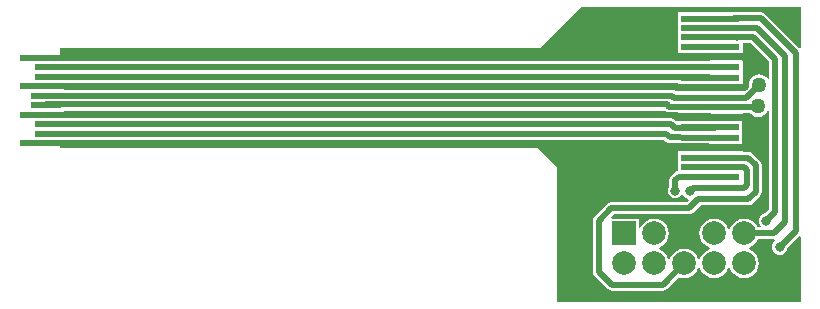
<source format=gtl>
G04 Layer_Physical_Order=1*
G04 Layer_Color=255*
%FSLAX25Y25*%
%MOIN*%
G70*
G01*
G75*
%ADD10R,0.13780X0.02362*%
%ADD11R,0.10236X0.02362*%
%ADD12R,0.08661X0.02362*%
%ADD13R,0.19685X0.02362*%
%ADD14C,0.02000*%
%ADD15C,0.07874*%
%ADD16R,0.07874X0.07874*%
%ADD17C,0.02400*%
%ADD18C,0.05000*%
%ADD19C,0.03000*%
%ADD20C,0.03150*%
G36*
X251588Y-22044D02*
Y-54906D01*
X250303Y-56191D01*
X249961Y-56236D01*
X249335Y-56496D01*
X248797Y-56909D01*
X248384Y-57446D01*
X248125Y-58073D01*
X248036Y-58745D01*
X248125Y-59417D01*
X248384Y-60044D01*
X248683Y-60434D01*
X248483Y-60934D01*
X247669D01*
X247494Y-60510D01*
X246702Y-59479D01*
X245671Y-58688D01*
X244470Y-58190D01*
X243181Y-58020D01*
X241892Y-58190D01*
X240691Y-58688D01*
X239660Y-59479D01*
X238869Y-60510D01*
X238452Y-61517D01*
X237911D01*
X237494Y-60510D01*
X236702Y-59479D01*
X235671Y-58688D01*
X234470Y-58190D01*
X233181Y-58020D01*
X231892Y-58190D01*
X230691Y-58688D01*
X229660Y-59479D01*
X228869Y-60510D01*
X228371Y-61711D01*
X228202Y-63000D01*
X228371Y-64289D01*
X228869Y-65490D01*
X229660Y-66521D01*
X230691Y-67313D01*
X231698Y-67729D01*
Y-68271D01*
X230691Y-68687D01*
X229660Y-69479D01*
X228869Y-70510D01*
X228452Y-71517D01*
X227910D01*
X227494Y-70510D01*
X226702Y-69479D01*
X225671Y-68687D01*
X224470Y-68190D01*
X223181Y-68020D01*
X221892Y-68190D01*
X220691Y-68687D01*
X219660Y-69479D01*
X218869Y-70510D01*
X218452Y-71517D01*
X217911D01*
X217494Y-70510D01*
X216702Y-69479D01*
X215671Y-68687D01*
X214664Y-68271D01*
Y-67729D01*
X215671Y-67313D01*
X216702Y-66521D01*
X217494Y-65490D01*
X217991Y-64289D01*
X218161Y-63000D01*
X217991Y-61711D01*
X217494Y-60510D01*
X216702Y-59479D01*
X215671Y-58688D01*
X214470Y-58190D01*
X213181Y-58020D01*
X211892Y-58190D01*
X210691Y-58688D01*
X209660Y-59479D01*
X208869Y-60510D01*
X208618Y-61115D01*
X208118Y-61015D01*
Y-58063D01*
X199021D01*
X198830Y-57601D01*
X199765Y-56666D01*
X224855D01*
X225635Y-56511D01*
X226297Y-56069D01*
X228766Y-53600D01*
X244571D01*
X245351Y-53445D01*
X246013Y-53003D01*
X248529Y-50487D01*
X248971Y-49825D01*
X249126Y-49045D01*
Y-40288D01*
X248971Y-39508D01*
X248529Y-38846D01*
X246032Y-36349D01*
X245370Y-35907D01*
X244590Y-35752D01*
X242776D01*
Y-35598D01*
X240843D01*
X240592Y-35548D01*
X240341Y-35598D01*
X221092D01*
Y-39960D01*
Y-42158D01*
X220609Y-42254D01*
X219947Y-42696D01*
X219947Y-42696D01*
X218878Y-43765D01*
X218436Y-44427D01*
X218281Y-45207D01*
Y-47125D01*
X218071Y-47398D01*
X217811Y-48025D01*
X217723Y-48697D01*
X217811Y-49369D01*
X218071Y-49995D01*
X218484Y-50533D01*
X219022Y-50946D01*
X219648Y-51205D01*
X220320Y-51294D01*
X220992Y-51205D01*
X221619Y-50946D01*
X222156Y-50533D01*
X222314Y-50328D01*
X222396Y-50297D01*
X222931Y-50345D01*
X223195Y-50688D01*
X223732Y-51101D01*
X224359Y-51360D01*
X224511Y-51380D01*
X224690Y-51908D01*
X224010Y-52588D01*
X198920D01*
X198140Y-52743D01*
X197478Y-53185D01*
X197478Y-53185D01*
X193383Y-57280D01*
X192941Y-57942D01*
X192786Y-58722D01*
Y-75752D01*
X192941Y-76532D01*
X193383Y-77194D01*
X197738Y-81549D01*
X198400Y-81991D01*
X199180Y-82146D01*
X216074D01*
X216855Y-81991D01*
X217516Y-81549D01*
X221442Y-77623D01*
X221892Y-77810D01*
X223181Y-77980D01*
X224470Y-77810D01*
X225671Y-77312D01*
X226702Y-76521D01*
X227494Y-75490D01*
X227910Y-74483D01*
X228452D01*
X228869Y-75490D01*
X229660Y-76521D01*
X230691Y-77312D01*
X231892Y-77810D01*
X233181Y-77980D01*
X234470Y-77810D01*
X235671Y-77312D01*
X236702Y-76521D01*
X237494Y-75490D01*
X237911Y-74483D01*
X238452D01*
X238869Y-75490D01*
X239660Y-76521D01*
X240691Y-77312D01*
X241892Y-77810D01*
X243181Y-77980D01*
X244470Y-77810D01*
X245671Y-77312D01*
X246702Y-76521D01*
X247494Y-75490D01*
X247991Y-74289D01*
X248161Y-73000D01*
X247991Y-71711D01*
X247494Y-70510D01*
X246702Y-69479D01*
X245671Y-68687D01*
X244664Y-68271D01*
Y-67729D01*
X245671Y-67313D01*
X246702Y-66521D01*
X247494Y-65490D01*
X247691Y-65012D01*
X253208D01*
X253316Y-64991D01*
X253528Y-65458D01*
X253253Y-65670D01*
X252840Y-66207D01*
X252580Y-66834D01*
X252492Y-67506D01*
X252580Y-68178D01*
X252840Y-68805D01*
X253253Y-69342D01*
X253790Y-69755D01*
X254417Y-70015D01*
X255089Y-70103D01*
X255761Y-70015D01*
X256387Y-69755D01*
X256925Y-69342D01*
X257338Y-68805D01*
X257597Y-68178D01*
X257643Y-67836D01*
X261611Y-63867D01*
X262111Y-64075D01*
Y-85725D01*
X180956D01*
Y-41500D01*
X180859Y-41012D01*
X180582Y-40599D01*
X174909Y-34926D01*
X174496Y-34649D01*
X174008Y-34552D01*
X15158D01*
Y-31905D01*
X16453D01*
Y-31764D01*
X216373D01*
X217031Y-32422D01*
X217693Y-32864D01*
X218473Y-33019D01*
X221092D01*
Y-33267D01*
X242776D01*
Y-29724D01*
Y-25362D01*
X221092D01*
Y-25370D01*
X220591Y-25577D01*
X220148Y-25133D01*
X219486Y-24691D01*
X218706Y-24536D01*
X16453D01*
Y-24394D01*
X15158D01*
Y-22457D01*
X16453D01*
Y-22046D01*
X216622D01*
X216743Y-22167D01*
X217405Y-22609D01*
X218185Y-22764D01*
X221092D01*
Y-23070D01*
X242776D01*
Y-22928D01*
X245208D01*
X245352Y-23116D01*
X246083Y-23677D01*
X246934Y-24030D01*
X247848Y-24150D01*
X248762Y-24030D01*
X249613Y-23677D01*
X250344Y-23116D01*
X250905Y-22385D01*
X251088Y-21944D01*
X251588Y-22044D01*
D02*
G37*
G36*
X262111Y-1049D02*
X261611Y-1256D01*
X250239Y10116D01*
X249577Y10558D01*
X248797Y10713D01*
X242776D01*
Y10819D01*
X240985D01*
X240494Y10917D01*
X240003Y10819D01*
X221092D01*
Y6457D01*
Y3308D01*
Y158D01*
Y-2992D01*
X240446D01*
X240605Y-3023D01*
X240764Y-2992D01*
X242776D01*
Y-1140D01*
X242848Y-780D01*
X242776Y-420D01*
Y321D01*
X245435D01*
X251588Y-5832D01*
Y-11362D01*
X251088Y-11532D01*
X250680Y-11001D01*
X249949Y-10440D01*
X249098Y-10087D01*
X248184Y-9967D01*
X247270Y-10087D01*
X246419Y-10440D01*
X245688Y-11001D01*
X245127Y-11732D01*
X244774Y-12583D01*
X244654Y-13497D01*
X244729Y-14068D01*
X243265Y-15532D01*
X242776Y-15559D01*
Y-15559D01*
X221092D01*
X221092Y-15559D01*
X220591Y-15633D01*
X220006Y-15242D01*
X219226Y-15087D01*
X16453D01*
Y-14945D01*
X15158D01*
Y-13008D01*
X16453D01*
Y-12866D01*
X221092D01*
Y-13228D01*
X242776D01*
Y-9684D01*
Y-5322D01*
X221092D01*
Y-5638D01*
X16453D01*
Y-5496D01*
X15158D01*
Y-1275D01*
X174516D01*
X175004Y-1178D01*
X175417Y-901D01*
X188717Y12399D01*
X262111D01*
Y-1049D01*
D02*
G37*
D10*
X8563Y-32874D02*
D03*
Y-23425D02*
D03*
Y-13976D02*
D03*
Y-4528D02*
D03*
D11*
X10335Y-20276D02*
D03*
Y-17126D02*
D03*
D12*
X11122Y-29724D02*
D03*
Y-26575D02*
D03*
Y-7677D02*
D03*
Y-10827D02*
D03*
D13*
X231934Y-11047D02*
D03*
Y-7503D02*
D03*
Y-17740D02*
D03*
Y-27543D02*
D03*
Y-31086D02*
D03*
Y-3960D02*
D03*
Y-14590D02*
D03*
Y-20889D02*
D03*
Y-24039D02*
D03*
Y-34629D02*
D03*
Y-37779D02*
D03*
Y-44078D02*
D03*
Y-40929D02*
D03*
Y-810D02*
D03*
Y2339D02*
D03*
Y8638D02*
D03*
Y5489D02*
D03*
D14*
X243273Y-14590D02*
X243708Y-14154D01*
Y-5297D01*
X242360Y-3949D02*
X243708Y-5297D01*
X231934Y-14590D02*
X243273D01*
X231945Y-3949D02*
X242360D01*
X243941Y-17740D02*
X248184Y-13497D01*
X231934Y-17740D02*
X243941D01*
X240494Y5554D02*
X247469D01*
X240494Y2360D02*
X240734Y2120D01*
X231934Y-20889D02*
X247579D01*
X247848Y-20620D01*
X242954Y-24115D02*
X243581Y-24742D01*
X240592Y-24115D02*
X242954D01*
X223219Y-33967D02*
X231272D01*
X223207Y-33980D02*
X223219Y-33967D01*
X217230Y-33980D02*
X223207D01*
X215975Y-32724D02*
X217230Y-33980D01*
X8713Y-32724D02*
X215975D01*
X231272Y-33967D02*
X231934Y-34629D01*
X242823D02*
X243581Y-33871D01*
X8563Y-4528D02*
X231366D01*
X231934Y-3960D02*
X231945Y-3949D01*
X240409Y-34629D02*
X240592Y-34446D01*
X240775Y-34629D01*
X242823D01*
X218185Y-20725D02*
X231770D01*
X217467Y-20007D02*
X218185Y-20725D01*
X231770D02*
X231934Y-20889D01*
X231665Y-23770D02*
X231934Y-24039D01*
X221042Y-23770D02*
X231665D01*
X10335Y-20276D02*
X10603Y-20007D01*
X217467D01*
X220697Y-23425D02*
X221042Y-23770D01*
X219840Y-17740D02*
X231934D01*
X219226Y-17126D02*
X219840Y-17740D01*
X10335Y-17126D02*
X219226D01*
X8713Y-13827D02*
X220220D01*
X11122Y-10827D02*
X231376D01*
X220220Y-13827D02*
X220983Y-14590D01*
X8563Y-32874D02*
X8713Y-32724D01*
X8563Y-23425D02*
X220697D01*
X8563Y-13976D02*
X8713Y-13827D01*
X220983Y-14590D02*
X231934D01*
X231366Y-4528D02*
X231934Y-3960D01*
X218473Y-30980D02*
X221964D01*
X217217Y-29724D02*
X218473Y-30980D01*
X11122Y-29724D02*
X217217D01*
X220111Y-27980D02*
X233620D01*
X218706Y-26575D02*
X220111Y-27980D01*
X11122Y-26575D02*
X218706D01*
X11122Y-7677D02*
X233121D01*
X243454Y-62973D02*
X253208D01*
X240494Y2360D02*
X246280D01*
X253208Y-62973D02*
X256963Y-59218D01*
Y-3940D01*
X247469Y5554D02*
X256963Y-3940D01*
X240494Y8674D02*
X248797D01*
X260440Y-2969D01*
X255089Y-67506D02*
X260440Y-62155D01*
Y-2969D01*
X223181Y-63000D02*
X229890Y-56291D01*
X245879D01*
X243581Y-33871D02*
Y-29322D01*
Y-24742D01*
X250633Y-58745D02*
X253627Y-55751D01*
Y-4987D01*
X246280Y2360D02*
X253627Y-4987D01*
X243581Y-29322D02*
X250307Y-36048D01*
X245879Y-56291D02*
X250307Y-51863D01*
Y-36048D01*
X244571Y-51561D02*
X247087Y-49045D01*
X226045Y-47838D02*
X243186D01*
X244090Y-46934D01*
X240561Y-40940D02*
X243082D01*
X244090Y-41948D01*
Y-46934D02*
Y-41948D01*
X240592Y-37791D02*
X244590D01*
X247087Y-40288D01*
Y-49045D02*
Y-40288D01*
X194825Y-58722D02*
X198920Y-54627D01*
X194825Y-75752D02*
Y-58722D01*
Y-75752D02*
X199180Y-80107D01*
X216074D01*
X223181Y-73000D01*
X198920Y-54627D02*
X224855D01*
X227921Y-51561D01*
X244571D01*
X225031Y-48852D02*
X226045Y-47838D01*
X220320Y-48697D02*
Y-45207D01*
X221389Y-44138D01*
X240592D01*
D15*
X243181Y-73000D02*
D03*
X223181D02*
D03*
X233181D02*
D03*
X243181Y-63000D02*
D03*
X223181D02*
D03*
X233181D02*
D03*
X213181Y-73000D02*
D03*
X203181D02*
D03*
X213181Y-63000D02*
D03*
D16*
X203181D02*
D03*
D17*
X242164Y-14409D02*
D03*
X219996Y-4041D02*
D03*
X60570Y-33028D02*
D03*
X155943Y-33039D02*
D03*
X129166Y-33187D02*
D03*
X106008Y-33047D02*
D03*
X82008Y-33187D02*
D03*
X43131D02*
D03*
X27131Y-33047D02*
D03*
X155650Y-3334D02*
D03*
X127861Y-3180D02*
D03*
X105166D02*
D03*
X79689Y-3409D02*
D03*
X60120Y-3410D02*
D03*
X41597Y-3220D02*
D03*
X26102Y-2975D02*
D03*
X240494Y5554D02*
D03*
Y2360D02*
D03*
X240605Y-780D02*
D03*
X240592Y-44138D02*
D03*
X228978Y-34471D02*
D03*
X223469Y-34618D02*
D03*
X228781Y-24042D02*
D03*
X223759Y-24172D02*
D03*
X240561Y-40940D02*
D03*
X240592Y-37791D02*
D03*
X240494Y8674D02*
D03*
X240592Y-24115D02*
D03*
D18*
X247848Y-20620D02*
D03*
X248184Y-13497D02*
D03*
D19*
X215342Y1587D02*
D03*
Y-38413D02*
D03*
X205343Y1587D02*
D03*
Y-38413D02*
D03*
X195343Y1587D02*
D03*
Y-38413D02*
D03*
X185343Y1587D02*
D03*
Y-38413D02*
D03*
X185382Y-46257D02*
D03*
X192986Y-46438D02*
D03*
X184597Y-55129D02*
D03*
X184778Y-67622D02*
D03*
X186347Y-81081D02*
D03*
X228232Y-81382D02*
D03*
X257140Y-81262D02*
D03*
X257366Y7190D02*
D03*
X251200Y-71182D02*
D03*
D20*
X250633Y-58745D02*
D03*
X255089Y-67506D02*
D03*
X225031Y-48852D02*
D03*
X220320Y-48697D02*
D03*
M02*

</source>
